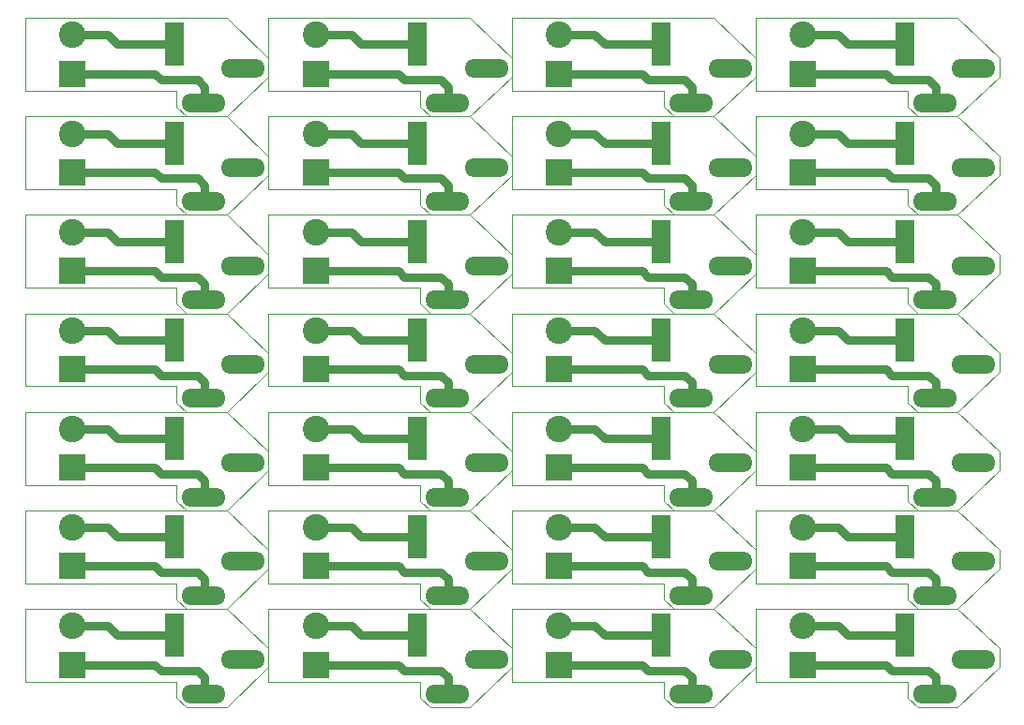
<source format=gbr>
%TF.GenerationSoftware,KiCad,Pcbnew,6.0.11-2627ca5db0~126~ubuntu20.04.1*%
%TF.CreationDate,2024-11-30T22:39:17-05:00*%
%TF.ProjectId,,58585858-5858-4585-9858-585858585858,rev?*%
%TF.SameCoordinates,Original*%
%TF.FileFunction,Copper,L1,Top*%
%TF.FilePolarity,Positive*%
%FSLAX46Y46*%
G04 Gerber Fmt 4.6, Leading zero omitted, Abs format (unit mm)*
G04 Created by KiCad (PCBNEW 6.0.11-2627ca5db0~126~ubuntu20.04.1) date 2024-11-30 22:39:17*
%MOMM*%
%LPD*%
G01*
G04 APERTURE LIST*
%TA.AperFunction,Profile*%
%ADD10C,0.100000*%
%TD*%
%TA.AperFunction,ComponentPad*%
%ADD11R,1.700000X4.000000*%
%TD*%
%TA.AperFunction,ComponentPad*%
%ADD12O,4.000000X1.700000*%
%TD*%
%TA.AperFunction,ComponentPad*%
%ADD13R,2.400000X2.400000*%
%TD*%
%TA.AperFunction,ComponentPad*%
%ADD14C,2.400000*%
%TD*%
%TA.AperFunction,Conductor*%
%ADD15C,0.750000*%
%TD*%
G04 APERTURE END LIST*
D10*
X151090000Y-107121000D02*
X169290000Y-107121000D01*
X169290000Y-116021000D02*
X173090000Y-112421000D01*
X164790000Y-113721000D02*
X164790000Y-115171000D01*
X164790000Y-115171000D02*
X165690000Y-116021000D01*
X169290000Y-107121000D02*
X173090000Y-110721000D01*
X151090000Y-113721000D02*
X164790000Y-113721000D01*
X165690000Y-116021000D02*
X169290000Y-116021000D01*
X151090000Y-107121000D02*
X151090000Y-113721000D01*
X173090000Y-110721000D02*
X173090000Y-112421000D01*
X129090000Y-107121000D02*
X147290000Y-107121000D01*
X147290000Y-116021000D02*
X151090000Y-112421000D01*
X142790000Y-113721000D02*
X142790000Y-115171000D01*
X142790000Y-115171000D02*
X143690000Y-116021000D01*
X147290000Y-107121000D02*
X151090000Y-110721000D01*
X129090000Y-113721000D02*
X142790000Y-113721000D01*
X143690000Y-116021000D02*
X147290000Y-116021000D01*
X129090000Y-107121000D02*
X129090000Y-113721000D01*
X151090000Y-110721000D02*
X151090000Y-112421000D01*
X107090000Y-107121000D02*
X125290000Y-107121000D01*
X125290000Y-116021000D02*
X129090000Y-112421000D01*
X120790000Y-113721000D02*
X120790000Y-115171000D01*
X120790000Y-115171000D02*
X121690000Y-116021000D01*
X125290000Y-107121000D02*
X129090000Y-110721000D01*
X107090000Y-113721000D02*
X120790000Y-113721000D01*
X121690000Y-116021000D02*
X125290000Y-116021000D01*
X107090000Y-107121000D02*
X107090000Y-113721000D01*
X129090000Y-110721000D02*
X129090000Y-112421000D01*
X85090000Y-107121000D02*
X103290000Y-107121000D01*
X103290000Y-116021000D02*
X107090000Y-112421000D01*
X98790000Y-113721000D02*
X98790000Y-115171000D01*
X98790000Y-115171000D02*
X99690000Y-116021000D01*
X103290000Y-107121000D02*
X107090000Y-110721000D01*
X85090000Y-113721000D02*
X98790000Y-113721000D01*
X99690000Y-116021000D02*
X103290000Y-116021000D01*
X85090000Y-107121000D02*
X85090000Y-113721000D01*
X107090000Y-110721000D02*
X107090000Y-112421000D01*
X151090000Y-98221000D02*
X169290000Y-98221000D01*
X169290000Y-107121000D02*
X173090000Y-103521000D01*
X164790000Y-104821000D02*
X164790000Y-106271000D01*
X164790000Y-106271000D02*
X165690000Y-107121000D01*
X169290000Y-98221000D02*
X173090000Y-101821000D01*
X151090000Y-104821000D02*
X164790000Y-104821000D01*
X165690000Y-107121000D02*
X169290000Y-107121000D01*
X151090000Y-98221000D02*
X151090000Y-104821000D01*
X173090000Y-101821000D02*
X173090000Y-103521000D01*
X129090000Y-98221000D02*
X147290000Y-98221000D01*
X147290000Y-107121000D02*
X151090000Y-103521000D01*
X142790000Y-104821000D02*
X142790000Y-106271000D01*
X142790000Y-106271000D02*
X143690000Y-107121000D01*
X147290000Y-98221000D02*
X151090000Y-101821000D01*
X129090000Y-104821000D02*
X142790000Y-104821000D01*
X143690000Y-107121000D02*
X147290000Y-107121000D01*
X129090000Y-98221000D02*
X129090000Y-104821000D01*
X151090000Y-101821000D02*
X151090000Y-103521000D01*
X107090000Y-98221000D02*
X125290000Y-98221000D01*
X125290000Y-107121000D02*
X129090000Y-103521000D01*
X120790000Y-104821000D02*
X120790000Y-106271000D01*
X120790000Y-106271000D02*
X121690000Y-107121000D01*
X125290000Y-98221000D02*
X129090000Y-101821000D01*
X107090000Y-104821000D02*
X120790000Y-104821000D01*
X121690000Y-107121000D02*
X125290000Y-107121000D01*
X107090000Y-98221000D02*
X107090000Y-104821000D01*
X129090000Y-101821000D02*
X129090000Y-103521000D01*
X85090000Y-98221000D02*
X103290000Y-98221000D01*
X103290000Y-107121000D02*
X107090000Y-103521000D01*
X98790000Y-104821000D02*
X98790000Y-106271000D01*
X98790000Y-106271000D02*
X99690000Y-107121000D01*
X103290000Y-98221000D02*
X107090000Y-101821000D01*
X85090000Y-104821000D02*
X98790000Y-104821000D01*
X99690000Y-107121000D02*
X103290000Y-107121000D01*
X85090000Y-98221000D02*
X85090000Y-104821000D01*
X107090000Y-101821000D02*
X107090000Y-103521000D01*
X151090000Y-89321000D02*
X169290000Y-89321000D01*
X169290000Y-98221000D02*
X173090000Y-94621000D01*
X164790000Y-95921000D02*
X164790000Y-97371000D01*
X164790000Y-97371000D02*
X165690000Y-98221000D01*
X169290000Y-89321000D02*
X173090000Y-92921000D01*
X151090000Y-95921000D02*
X164790000Y-95921000D01*
X165690000Y-98221000D02*
X169290000Y-98221000D01*
X151090000Y-89321000D02*
X151090000Y-95921000D01*
X173090000Y-92921000D02*
X173090000Y-94621000D01*
X129090000Y-89321000D02*
X147290000Y-89321000D01*
X147290000Y-98221000D02*
X151090000Y-94621000D01*
X142790000Y-95921000D02*
X142790000Y-97371000D01*
X142790000Y-97371000D02*
X143690000Y-98221000D01*
X147290000Y-89321000D02*
X151090000Y-92921000D01*
X129090000Y-95921000D02*
X142790000Y-95921000D01*
X143690000Y-98221000D02*
X147290000Y-98221000D01*
X129090000Y-89321000D02*
X129090000Y-95921000D01*
X151090000Y-92921000D02*
X151090000Y-94621000D01*
X107090000Y-89321000D02*
X125290000Y-89321000D01*
X125290000Y-98221000D02*
X129090000Y-94621000D01*
X120790000Y-95921000D02*
X120790000Y-97371000D01*
X120790000Y-97371000D02*
X121690000Y-98221000D01*
X125290000Y-89321000D02*
X129090000Y-92921000D01*
X107090000Y-95921000D02*
X120790000Y-95921000D01*
X121690000Y-98221000D02*
X125290000Y-98221000D01*
X107090000Y-89321000D02*
X107090000Y-95921000D01*
X129090000Y-92921000D02*
X129090000Y-94621000D01*
X85090000Y-89321000D02*
X103290000Y-89321000D01*
X103290000Y-98221000D02*
X107090000Y-94621000D01*
X98790000Y-95921000D02*
X98790000Y-97371000D01*
X98790000Y-97371000D02*
X99690000Y-98221000D01*
X103290000Y-89321000D02*
X107090000Y-92921000D01*
X85090000Y-95921000D02*
X98790000Y-95921000D01*
X99690000Y-98221000D02*
X103290000Y-98221000D01*
X85090000Y-89321000D02*
X85090000Y-95921000D01*
X107090000Y-92921000D02*
X107090000Y-94621000D01*
X151090000Y-80421000D02*
X169290000Y-80421000D01*
X169290000Y-89321000D02*
X173090000Y-85721000D01*
X164790000Y-87021000D02*
X164790000Y-88471000D01*
X164790000Y-88471000D02*
X165690000Y-89321000D01*
X169290000Y-80421000D02*
X173090000Y-84021000D01*
X151090000Y-87021000D02*
X164790000Y-87021000D01*
X165690000Y-89321000D02*
X169290000Y-89321000D01*
X151090000Y-80421000D02*
X151090000Y-87021000D01*
X173090000Y-84021000D02*
X173090000Y-85721000D01*
X129090000Y-80421000D02*
X147290000Y-80421000D01*
X147290000Y-89321000D02*
X151090000Y-85721000D01*
X142790000Y-87021000D02*
X142790000Y-88471000D01*
X142790000Y-88471000D02*
X143690000Y-89321000D01*
X147290000Y-80421000D02*
X151090000Y-84021000D01*
X129090000Y-87021000D02*
X142790000Y-87021000D01*
X143690000Y-89321000D02*
X147290000Y-89321000D01*
X129090000Y-80421000D02*
X129090000Y-87021000D01*
X151090000Y-84021000D02*
X151090000Y-85721000D01*
X107090000Y-80421000D02*
X125290000Y-80421000D01*
X125290000Y-89321000D02*
X129090000Y-85721000D01*
X120790000Y-87021000D02*
X120790000Y-88471000D01*
X120790000Y-88471000D02*
X121690000Y-89321000D01*
X125290000Y-80421000D02*
X129090000Y-84021000D01*
X107090000Y-87021000D02*
X120790000Y-87021000D01*
X121690000Y-89321000D02*
X125290000Y-89321000D01*
X107090000Y-80421000D02*
X107090000Y-87021000D01*
X129090000Y-84021000D02*
X129090000Y-85721000D01*
X85090000Y-80421000D02*
X103290000Y-80421000D01*
X103290000Y-89321000D02*
X107090000Y-85721000D01*
X98790000Y-87021000D02*
X98790000Y-88471000D01*
X98790000Y-88471000D02*
X99690000Y-89321000D01*
X103290000Y-80421000D02*
X107090000Y-84021000D01*
X85090000Y-87021000D02*
X98790000Y-87021000D01*
X99690000Y-89321000D02*
X103290000Y-89321000D01*
X85090000Y-80421000D02*
X85090000Y-87021000D01*
X107090000Y-84021000D02*
X107090000Y-85721000D01*
X151090000Y-71521000D02*
X169290000Y-71521000D01*
X169290000Y-80421000D02*
X173090000Y-76821000D01*
X164790000Y-78121000D02*
X164790000Y-79571000D01*
X164790000Y-79571000D02*
X165690000Y-80421000D01*
X169290000Y-71521000D02*
X173090000Y-75121000D01*
X151090000Y-78121000D02*
X164790000Y-78121000D01*
X165690000Y-80421000D02*
X169290000Y-80421000D01*
X151090000Y-71521000D02*
X151090000Y-78121000D01*
X173090000Y-75121000D02*
X173090000Y-76821000D01*
X129090000Y-71521000D02*
X147290000Y-71521000D01*
X147290000Y-80421000D02*
X151090000Y-76821000D01*
X142790000Y-78121000D02*
X142790000Y-79571000D01*
X142790000Y-79571000D02*
X143690000Y-80421000D01*
X147290000Y-71521000D02*
X151090000Y-75121000D01*
X129090000Y-78121000D02*
X142790000Y-78121000D01*
X143690000Y-80421000D02*
X147290000Y-80421000D01*
X129090000Y-71521000D02*
X129090000Y-78121000D01*
X151090000Y-75121000D02*
X151090000Y-76821000D01*
X107090000Y-71521000D02*
X125290000Y-71521000D01*
X125290000Y-80421000D02*
X129090000Y-76821000D01*
X120790000Y-78121000D02*
X120790000Y-79571000D01*
X120790000Y-79571000D02*
X121690000Y-80421000D01*
X125290000Y-71521000D02*
X129090000Y-75121000D01*
X107090000Y-78121000D02*
X120790000Y-78121000D01*
X121690000Y-80421000D02*
X125290000Y-80421000D01*
X107090000Y-71521000D02*
X107090000Y-78121000D01*
X129090000Y-75121000D02*
X129090000Y-76821000D01*
X85090000Y-71521000D02*
X103290000Y-71521000D01*
X103290000Y-80421000D02*
X107090000Y-76821000D01*
X98790000Y-78121000D02*
X98790000Y-79571000D01*
X98790000Y-79571000D02*
X99690000Y-80421000D01*
X103290000Y-71521000D02*
X107090000Y-75121000D01*
X85090000Y-78121000D02*
X98790000Y-78121000D01*
X99690000Y-80421000D02*
X103290000Y-80421000D01*
X85090000Y-71521000D02*
X85090000Y-78121000D01*
X107090000Y-75121000D02*
X107090000Y-76821000D01*
X151090000Y-62621000D02*
X169290000Y-62621000D01*
X169290000Y-71521000D02*
X173090000Y-67921000D01*
X164790000Y-69221000D02*
X164790000Y-70671000D01*
X164790000Y-70671000D02*
X165690000Y-71521000D01*
X169290000Y-62621000D02*
X173090000Y-66221000D01*
X151090000Y-69221000D02*
X164790000Y-69221000D01*
X165690000Y-71521000D02*
X169290000Y-71521000D01*
X151090000Y-62621000D02*
X151090000Y-69221000D01*
X173090000Y-66221000D02*
X173090000Y-67921000D01*
X129090000Y-62621000D02*
X147290000Y-62621000D01*
X147290000Y-71521000D02*
X151090000Y-67921000D01*
X142790000Y-69221000D02*
X142790000Y-70671000D01*
X142790000Y-70671000D02*
X143690000Y-71521000D01*
X147290000Y-62621000D02*
X151090000Y-66221000D01*
X129090000Y-69221000D02*
X142790000Y-69221000D01*
X143690000Y-71521000D02*
X147290000Y-71521000D01*
X129090000Y-62621000D02*
X129090000Y-69221000D01*
X151090000Y-66221000D02*
X151090000Y-67921000D01*
X107090000Y-62621000D02*
X125290000Y-62621000D01*
X125290000Y-71521000D02*
X129090000Y-67921000D01*
X120790000Y-69221000D02*
X120790000Y-70671000D01*
X120790000Y-70671000D02*
X121690000Y-71521000D01*
X125290000Y-62621000D02*
X129090000Y-66221000D01*
X107090000Y-69221000D02*
X120790000Y-69221000D01*
X121690000Y-71521000D02*
X125290000Y-71521000D01*
X107090000Y-62621000D02*
X107090000Y-69221000D01*
X129090000Y-66221000D02*
X129090000Y-67921000D01*
X85090000Y-62621000D02*
X103290000Y-62621000D01*
X103290000Y-71521000D02*
X107090000Y-67921000D01*
X98790000Y-69221000D02*
X98790000Y-70671000D01*
X98790000Y-70671000D02*
X99690000Y-71521000D01*
X103290000Y-62621000D02*
X107090000Y-66221000D01*
X85090000Y-69221000D02*
X98790000Y-69221000D01*
X99690000Y-71521000D02*
X103290000Y-71521000D01*
X85090000Y-62621000D02*
X85090000Y-69221000D01*
X107090000Y-66221000D02*
X107090000Y-67921000D01*
X151090000Y-53721000D02*
X169290000Y-53721000D01*
X169290000Y-62621000D02*
X173090000Y-59021000D01*
X164790000Y-60321000D02*
X164790000Y-61771000D01*
X164790000Y-61771000D02*
X165690000Y-62621000D01*
X169290000Y-53721000D02*
X173090000Y-57321000D01*
X151090000Y-60321000D02*
X164790000Y-60321000D01*
X165690000Y-62621000D02*
X169290000Y-62621000D01*
X151090000Y-53721000D02*
X151090000Y-60321000D01*
X173090000Y-57321000D02*
X173090000Y-59021000D01*
X129090000Y-53721000D02*
X147290000Y-53721000D01*
X147290000Y-62621000D02*
X151090000Y-59021000D01*
X142790000Y-60321000D02*
X142790000Y-61771000D01*
X142790000Y-61771000D02*
X143690000Y-62621000D01*
X147290000Y-53721000D02*
X151090000Y-57321000D01*
X129090000Y-60321000D02*
X142790000Y-60321000D01*
X143690000Y-62621000D02*
X147290000Y-62621000D01*
X129090000Y-53721000D02*
X129090000Y-60321000D01*
X151090000Y-57321000D02*
X151090000Y-59021000D01*
X107090000Y-53721000D02*
X125290000Y-53721000D01*
X125290000Y-62621000D02*
X129090000Y-59021000D01*
X120790000Y-60321000D02*
X120790000Y-61771000D01*
X120790000Y-61771000D02*
X121690000Y-62621000D01*
X125290000Y-53721000D02*
X129090000Y-57321000D01*
X107090000Y-60321000D02*
X120790000Y-60321000D01*
X121690000Y-62621000D02*
X125290000Y-62621000D01*
X107090000Y-53721000D02*
X107090000Y-60321000D01*
X129090000Y-57321000D02*
X129090000Y-59021000D01*
X85090000Y-53721000D02*
X103290000Y-53721000D01*
X103290000Y-62621000D02*
X107090000Y-59021000D01*
X85090000Y-53721000D02*
X85090000Y-60321000D01*
X98790000Y-60321000D02*
X98790000Y-61771000D01*
X99690000Y-62621000D02*
X103290000Y-62621000D01*
X103290000Y-53721000D02*
X107090000Y-57321000D01*
X98790000Y-61771000D02*
X99690000Y-62621000D01*
X107090000Y-57321000D02*
X107090000Y-59021000D01*
X85090000Y-60321000D02*
X98790000Y-60321000D01*
D11*
%TO.P,J1,1*%
%TO.N,Net-(J1-Pad1)*%
X164550000Y-109521000D03*
D12*
%TO.P,J1,2*%
%TO.N,Net-(J1-Pad2)*%
X167250000Y-114821000D03*
%TO.P,J1,3*%
%TO.N,unconnected-(J1-Pad3)*%
X170750000Y-111721000D03*
%TD*%
D13*
%TO.P,J2,1,Pin_1*%
%TO.N,Net-(J1-Pad2)*%
X155338000Y-112171000D03*
D14*
%TO.P,J2,2,Pin_2*%
%TO.N,Net-(J1-Pad1)*%
X155338000Y-108671000D03*
%TD*%
D11*
%TO.P,J1,1*%
%TO.N,Net-(J1-Pad1)*%
X142550000Y-109521000D03*
D12*
%TO.P,J1,2*%
%TO.N,Net-(J1-Pad2)*%
X145250000Y-114821000D03*
%TO.P,J1,3*%
%TO.N,unconnected-(J1-Pad3)*%
X148750000Y-111721000D03*
%TD*%
D13*
%TO.P,J2,1,Pin_1*%
%TO.N,Net-(J1-Pad2)*%
X133338000Y-112171000D03*
D14*
%TO.P,J2,2,Pin_2*%
%TO.N,Net-(J1-Pad1)*%
X133338000Y-108671000D03*
%TD*%
D11*
%TO.P,J1,1*%
%TO.N,Net-(J1-Pad1)*%
X120550000Y-109521000D03*
D12*
%TO.P,J1,2*%
%TO.N,Net-(J1-Pad2)*%
X123250000Y-114821000D03*
%TO.P,J1,3*%
%TO.N,unconnected-(J1-Pad3)*%
X126750000Y-111721000D03*
%TD*%
D13*
%TO.P,J2,1,Pin_1*%
%TO.N,Net-(J1-Pad2)*%
X111338000Y-112171000D03*
D14*
%TO.P,J2,2,Pin_2*%
%TO.N,Net-(J1-Pad1)*%
X111338000Y-108671000D03*
%TD*%
D11*
%TO.P,J1,1*%
%TO.N,Net-(J1-Pad1)*%
X98550000Y-109521000D03*
D12*
%TO.P,J1,2*%
%TO.N,Net-(J1-Pad2)*%
X101250000Y-114821000D03*
%TO.P,J1,3*%
%TO.N,unconnected-(J1-Pad3)*%
X104750000Y-111721000D03*
%TD*%
D13*
%TO.P,J2,1,Pin_1*%
%TO.N,Net-(J1-Pad2)*%
X89338000Y-112171000D03*
D14*
%TO.P,J2,2,Pin_2*%
%TO.N,Net-(J1-Pad1)*%
X89338000Y-108671000D03*
%TD*%
D11*
%TO.P,J1,1*%
%TO.N,Net-(J1-Pad1)*%
X164550000Y-100621000D03*
D12*
%TO.P,J1,2*%
%TO.N,Net-(J1-Pad2)*%
X167250000Y-105921000D03*
%TO.P,J1,3*%
%TO.N,unconnected-(J1-Pad3)*%
X170750000Y-102821000D03*
%TD*%
D13*
%TO.P,J2,1,Pin_1*%
%TO.N,Net-(J1-Pad2)*%
X155338000Y-103271000D03*
D14*
%TO.P,J2,2,Pin_2*%
%TO.N,Net-(J1-Pad1)*%
X155338000Y-99771000D03*
%TD*%
D11*
%TO.P,J1,1*%
%TO.N,Net-(J1-Pad1)*%
X142550000Y-100621000D03*
D12*
%TO.P,J1,2*%
%TO.N,Net-(J1-Pad2)*%
X145250000Y-105921000D03*
%TO.P,J1,3*%
%TO.N,unconnected-(J1-Pad3)*%
X148750000Y-102821000D03*
%TD*%
D13*
%TO.P,J2,1,Pin_1*%
%TO.N,Net-(J1-Pad2)*%
X133338000Y-103271000D03*
D14*
%TO.P,J2,2,Pin_2*%
%TO.N,Net-(J1-Pad1)*%
X133338000Y-99771000D03*
%TD*%
D11*
%TO.P,J1,1*%
%TO.N,Net-(J1-Pad1)*%
X120550000Y-100621000D03*
D12*
%TO.P,J1,2*%
%TO.N,Net-(J1-Pad2)*%
X123250000Y-105921000D03*
%TO.P,J1,3*%
%TO.N,unconnected-(J1-Pad3)*%
X126750000Y-102821000D03*
%TD*%
D13*
%TO.P,J2,1,Pin_1*%
%TO.N,Net-(J1-Pad2)*%
X111338000Y-103271000D03*
D14*
%TO.P,J2,2,Pin_2*%
%TO.N,Net-(J1-Pad1)*%
X111338000Y-99771000D03*
%TD*%
D11*
%TO.P,J1,1*%
%TO.N,Net-(J1-Pad1)*%
X98550000Y-100621000D03*
D12*
%TO.P,J1,2*%
%TO.N,Net-(J1-Pad2)*%
X101250000Y-105921000D03*
%TO.P,J1,3*%
%TO.N,unconnected-(J1-Pad3)*%
X104750000Y-102821000D03*
%TD*%
D13*
%TO.P,J2,1,Pin_1*%
%TO.N,Net-(J1-Pad2)*%
X89338000Y-103271000D03*
D14*
%TO.P,J2,2,Pin_2*%
%TO.N,Net-(J1-Pad1)*%
X89338000Y-99771000D03*
%TD*%
D11*
%TO.P,J1,1*%
%TO.N,Net-(J1-Pad1)*%
X164550000Y-91721000D03*
D12*
%TO.P,J1,2*%
%TO.N,Net-(J1-Pad2)*%
X167250000Y-97021000D03*
%TO.P,J1,3*%
%TO.N,unconnected-(J1-Pad3)*%
X170750000Y-93921000D03*
%TD*%
D13*
%TO.P,J2,1,Pin_1*%
%TO.N,Net-(J1-Pad2)*%
X155338000Y-94371000D03*
D14*
%TO.P,J2,2,Pin_2*%
%TO.N,Net-(J1-Pad1)*%
X155338000Y-90871000D03*
%TD*%
D11*
%TO.P,J1,1*%
%TO.N,Net-(J1-Pad1)*%
X142550000Y-91721000D03*
D12*
%TO.P,J1,2*%
%TO.N,Net-(J1-Pad2)*%
X145250000Y-97021000D03*
%TO.P,J1,3*%
%TO.N,unconnected-(J1-Pad3)*%
X148750000Y-93921000D03*
%TD*%
D13*
%TO.P,J2,1,Pin_1*%
%TO.N,Net-(J1-Pad2)*%
X133338000Y-94371000D03*
D14*
%TO.P,J2,2,Pin_2*%
%TO.N,Net-(J1-Pad1)*%
X133338000Y-90871000D03*
%TD*%
D11*
%TO.P,J1,1*%
%TO.N,Net-(J1-Pad1)*%
X120550000Y-91721000D03*
D12*
%TO.P,J1,2*%
%TO.N,Net-(J1-Pad2)*%
X123250000Y-97021000D03*
%TO.P,J1,3*%
%TO.N,unconnected-(J1-Pad3)*%
X126750000Y-93921000D03*
%TD*%
D13*
%TO.P,J2,1,Pin_1*%
%TO.N,Net-(J1-Pad2)*%
X111338000Y-94371000D03*
D14*
%TO.P,J2,2,Pin_2*%
%TO.N,Net-(J1-Pad1)*%
X111338000Y-90871000D03*
%TD*%
D11*
%TO.P,J1,1*%
%TO.N,Net-(J1-Pad1)*%
X98550000Y-91721000D03*
D12*
%TO.P,J1,2*%
%TO.N,Net-(J1-Pad2)*%
X101250000Y-97021000D03*
%TO.P,J1,3*%
%TO.N,unconnected-(J1-Pad3)*%
X104750000Y-93921000D03*
%TD*%
D13*
%TO.P,J2,1,Pin_1*%
%TO.N,Net-(J1-Pad2)*%
X89338000Y-94371000D03*
D14*
%TO.P,J2,2,Pin_2*%
%TO.N,Net-(J1-Pad1)*%
X89338000Y-90871000D03*
%TD*%
D11*
%TO.P,J1,1*%
%TO.N,Net-(J1-Pad1)*%
X164550000Y-82821000D03*
D12*
%TO.P,J1,2*%
%TO.N,Net-(J1-Pad2)*%
X167250000Y-88121000D03*
%TO.P,J1,3*%
%TO.N,unconnected-(J1-Pad3)*%
X170750000Y-85021000D03*
%TD*%
D13*
%TO.P,J2,1,Pin_1*%
%TO.N,Net-(J1-Pad2)*%
X155338000Y-85471000D03*
D14*
%TO.P,J2,2,Pin_2*%
%TO.N,Net-(J1-Pad1)*%
X155338000Y-81971000D03*
%TD*%
D11*
%TO.P,J1,1*%
%TO.N,Net-(J1-Pad1)*%
X142550000Y-82821000D03*
D12*
%TO.P,J1,2*%
%TO.N,Net-(J1-Pad2)*%
X145250000Y-88121000D03*
%TO.P,J1,3*%
%TO.N,unconnected-(J1-Pad3)*%
X148750000Y-85021000D03*
%TD*%
D13*
%TO.P,J2,1,Pin_1*%
%TO.N,Net-(J1-Pad2)*%
X133338000Y-85471000D03*
D14*
%TO.P,J2,2,Pin_2*%
%TO.N,Net-(J1-Pad1)*%
X133338000Y-81971000D03*
%TD*%
D11*
%TO.P,J1,1*%
%TO.N,Net-(J1-Pad1)*%
X120550000Y-82821000D03*
D12*
%TO.P,J1,2*%
%TO.N,Net-(J1-Pad2)*%
X123250000Y-88121000D03*
%TO.P,J1,3*%
%TO.N,unconnected-(J1-Pad3)*%
X126750000Y-85021000D03*
%TD*%
D13*
%TO.P,J2,1,Pin_1*%
%TO.N,Net-(J1-Pad2)*%
X111338000Y-85471000D03*
D14*
%TO.P,J2,2,Pin_2*%
%TO.N,Net-(J1-Pad1)*%
X111338000Y-81971000D03*
%TD*%
D11*
%TO.P,J1,1*%
%TO.N,Net-(J1-Pad1)*%
X98550000Y-82821000D03*
D12*
%TO.P,J1,2*%
%TO.N,Net-(J1-Pad2)*%
X101250000Y-88121000D03*
%TO.P,J1,3*%
%TO.N,unconnected-(J1-Pad3)*%
X104750000Y-85021000D03*
%TD*%
D13*
%TO.P,J2,1,Pin_1*%
%TO.N,Net-(J1-Pad2)*%
X89338000Y-85471000D03*
D14*
%TO.P,J2,2,Pin_2*%
%TO.N,Net-(J1-Pad1)*%
X89338000Y-81971000D03*
%TD*%
D11*
%TO.P,J1,1*%
%TO.N,Net-(J1-Pad1)*%
X164550000Y-73921000D03*
D12*
%TO.P,J1,2*%
%TO.N,Net-(J1-Pad2)*%
X167250000Y-79221000D03*
%TO.P,J1,3*%
%TO.N,unconnected-(J1-Pad3)*%
X170750000Y-76121000D03*
%TD*%
D13*
%TO.P,J2,1,Pin_1*%
%TO.N,Net-(J1-Pad2)*%
X155338000Y-76571000D03*
D14*
%TO.P,J2,2,Pin_2*%
%TO.N,Net-(J1-Pad1)*%
X155338000Y-73071000D03*
%TD*%
D11*
%TO.P,J1,1*%
%TO.N,Net-(J1-Pad1)*%
X142550000Y-73921000D03*
D12*
%TO.P,J1,2*%
%TO.N,Net-(J1-Pad2)*%
X145250000Y-79221000D03*
%TO.P,J1,3*%
%TO.N,unconnected-(J1-Pad3)*%
X148750000Y-76121000D03*
%TD*%
D13*
%TO.P,J2,1,Pin_1*%
%TO.N,Net-(J1-Pad2)*%
X133338000Y-76571000D03*
D14*
%TO.P,J2,2,Pin_2*%
%TO.N,Net-(J1-Pad1)*%
X133338000Y-73071000D03*
%TD*%
D11*
%TO.P,J1,1*%
%TO.N,Net-(J1-Pad1)*%
X120550000Y-73921000D03*
D12*
%TO.P,J1,2*%
%TO.N,Net-(J1-Pad2)*%
X123250000Y-79221000D03*
%TO.P,J1,3*%
%TO.N,unconnected-(J1-Pad3)*%
X126750000Y-76121000D03*
%TD*%
D13*
%TO.P,J2,1,Pin_1*%
%TO.N,Net-(J1-Pad2)*%
X111338000Y-76571000D03*
D14*
%TO.P,J2,2,Pin_2*%
%TO.N,Net-(J1-Pad1)*%
X111338000Y-73071000D03*
%TD*%
D11*
%TO.P,J1,1*%
%TO.N,Net-(J1-Pad1)*%
X98550000Y-73921000D03*
D12*
%TO.P,J1,2*%
%TO.N,Net-(J1-Pad2)*%
X101250000Y-79221000D03*
%TO.P,J1,3*%
%TO.N,unconnected-(J1-Pad3)*%
X104750000Y-76121000D03*
%TD*%
D13*
%TO.P,J2,1,Pin_1*%
%TO.N,Net-(J1-Pad2)*%
X89338000Y-76571000D03*
D14*
%TO.P,J2,2,Pin_2*%
%TO.N,Net-(J1-Pad1)*%
X89338000Y-73071000D03*
%TD*%
D11*
%TO.P,J1,1*%
%TO.N,Net-(J1-Pad1)*%
X164550000Y-65021000D03*
D12*
%TO.P,J1,2*%
%TO.N,Net-(J1-Pad2)*%
X167250000Y-70321000D03*
%TO.P,J1,3*%
%TO.N,unconnected-(J1-Pad3)*%
X170750000Y-67221000D03*
%TD*%
D13*
%TO.P,J2,1,Pin_1*%
%TO.N,Net-(J1-Pad2)*%
X155338000Y-67671000D03*
D14*
%TO.P,J2,2,Pin_2*%
%TO.N,Net-(J1-Pad1)*%
X155338000Y-64171000D03*
%TD*%
D11*
%TO.P,J1,1*%
%TO.N,Net-(J1-Pad1)*%
X142550000Y-65021000D03*
D12*
%TO.P,J1,2*%
%TO.N,Net-(J1-Pad2)*%
X145250000Y-70321000D03*
%TO.P,J1,3*%
%TO.N,unconnected-(J1-Pad3)*%
X148750000Y-67221000D03*
%TD*%
D13*
%TO.P,J2,1,Pin_1*%
%TO.N,Net-(J1-Pad2)*%
X133338000Y-67671000D03*
D14*
%TO.P,J2,2,Pin_2*%
%TO.N,Net-(J1-Pad1)*%
X133338000Y-64171000D03*
%TD*%
D11*
%TO.P,J1,1*%
%TO.N,Net-(J1-Pad1)*%
X120550000Y-65021000D03*
D12*
%TO.P,J1,2*%
%TO.N,Net-(J1-Pad2)*%
X123250000Y-70321000D03*
%TO.P,J1,3*%
%TO.N,unconnected-(J1-Pad3)*%
X126750000Y-67221000D03*
%TD*%
D13*
%TO.P,J2,1,Pin_1*%
%TO.N,Net-(J1-Pad2)*%
X111338000Y-67671000D03*
D14*
%TO.P,J2,2,Pin_2*%
%TO.N,Net-(J1-Pad1)*%
X111338000Y-64171000D03*
%TD*%
D11*
%TO.P,J1,1*%
%TO.N,Net-(J1-Pad1)*%
X98550000Y-65021000D03*
D12*
%TO.P,J1,2*%
%TO.N,Net-(J1-Pad2)*%
X101250000Y-70321000D03*
%TO.P,J1,3*%
%TO.N,unconnected-(J1-Pad3)*%
X104750000Y-67221000D03*
%TD*%
D13*
%TO.P,J2,1,Pin_1*%
%TO.N,Net-(J1-Pad2)*%
X89338000Y-67671000D03*
D14*
%TO.P,J2,2,Pin_2*%
%TO.N,Net-(J1-Pad1)*%
X89338000Y-64171000D03*
%TD*%
D11*
%TO.P,J1,1*%
%TO.N,Net-(J1-Pad1)*%
X164550000Y-56121000D03*
D12*
%TO.P,J1,2*%
%TO.N,Net-(J1-Pad2)*%
X167250000Y-61421000D03*
%TO.P,J1,3*%
%TO.N,unconnected-(J1-Pad3)*%
X170750000Y-58321000D03*
%TD*%
D13*
%TO.P,J2,1,Pin_1*%
%TO.N,Net-(J1-Pad2)*%
X155338000Y-58771000D03*
D14*
%TO.P,J2,2,Pin_2*%
%TO.N,Net-(J1-Pad1)*%
X155338000Y-55271000D03*
%TD*%
D11*
%TO.P,J1,1*%
%TO.N,Net-(J1-Pad1)*%
X142550000Y-56121000D03*
D12*
%TO.P,J1,2*%
%TO.N,Net-(J1-Pad2)*%
X145250000Y-61421000D03*
%TO.P,J1,3*%
%TO.N,unconnected-(J1-Pad3)*%
X148750000Y-58321000D03*
%TD*%
D13*
%TO.P,J2,1,Pin_1*%
%TO.N,Net-(J1-Pad2)*%
X133338000Y-58771000D03*
D14*
%TO.P,J2,2,Pin_2*%
%TO.N,Net-(J1-Pad1)*%
X133338000Y-55271000D03*
%TD*%
D11*
%TO.P,J1,1*%
%TO.N,Net-(J1-Pad1)*%
X120550000Y-56121000D03*
D12*
%TO.P,J1,2*%
%TO.N,Net-(J1-Pad2)*%
X123250000Y-61421000D03*
%TO.P,J1,3*%
%TO.N,unconnected-(J1-Pad3)*%
X126750000Y-58321000D03*
%TD*%
D13*
%TO.P,J2,1,Pin_1*%
%TO.N,Net-(J1-Pad2)*%
X111338000Y-58771000D03*
D14*
%TO.P,J2,2,Pin_2*%
%TO.N,Net-(J1-Pad1)*%
X111338000Y-55271000D03*
%TD*%
D11*
%TO.P,J1,1*%
%TO.N,Net-(J1-Pad1)*%
X98550000Y-56121000D03*
D12*
%TO.P,J1,2*%
%TO.N,Net-(J1-Pad2)*%
X101250000Y-61421000D03*
%TO.P,J1,3*%
%TO.N,unconnected-(J1-Pad3)*%
X104750000Y-58321000D03*
%TD*%
D13*
%TO.P,J2,1,Pin_1*%
%TO.N,Net-(J1-Pad2)*%
X89338000Y-58771000D03*
D14*
%TO.P,J2,2,Pin_2*%
%TO.N,Net-(J1-Pad1)*%
X89338000Y-55271000D03*
%TD*%
D15*
%TO.N,Net-(J1-Pad2)*%
X162817000Y-112171000D02*
X163366000Y-112720000D01*
X155338000Y-112171000D02*
X162817000Y-112171000D01*
X167303000Y-114768000D02*
X167250000Y-114821000D01*
X167303000Y-113355000D02*
X167303000Y-114768000D01*
X166668000Y-112720000D02*
X167303000Y-113355000D01*
%TO.N,Net-(J1-Pad1)*%
X155338000Y-108671000D02*
X158555000Y-108671000D01*
%TO.N,Net-(J1-Pad2)*%
X163366000Y-112720000D02*
X166668000Y-112720000D01*
%TO.N,Net-(J1-Pad1)*%
X159405000Y-109521000D02*
X164550000Y-109521000D01*
X158555000Y-108671000D02*
X159405000Y-109521000D01*
%TO.N,Net-(J1-Pad2)*%
X140817000Y-112171000D02*
X141366000Y-112720000D01*
X133338000Y-112171000D02*
X140817000Y-112171000D01*
X145303000Y-114768000D02*
X145250000Y-114821000D01*
X145303000Y-113355000D02*
X145303000Y-114768000D01*
X144668000Y-112720000D02*
X145303000Y-113355000D01*
%TO.N,Net-(J1-Pad1)*%
X133338000Y-108671000D02*
X136555000Y-108671000D01*
%TO.N,Net-(J1-Pad2)*%
X141366000Y-112720000D02*
X144668000Y-112720000D01*
%TO.N,Net-(J1-Pad1)*%
X137405000Y-109521000D02*
X142550000Y-109521000D01*
X136555000Y-108671000D02*
X137405000Y-109521000D01*
%TO.N,Net-(J1-Pad2)*%
X118817000Y-112171000D02*
X119366000Y-112720000D01*
X111338000Y-112171000D02*
X118817000Y-112171000D01*
X123303000Y-114768000D02*
X123250000Y-114821000D01*
X123303000Y-113355000D02*
X123303000Y-114768000D01*
X122668000Y-112720000D02*
X123303000Y-113355000D01*
%TO.N,Net-(J1-Pad1)*%
X111338000Y-108671000D02*
X114555000Y-108671000D01*
%TO.N,Net-(J1-Pad2)*%
X119366000Y-112720000D02*
X122668000Y-112720000D01*
%TO.N,Net-(J1-Pad1)*%
X115405000Y-109521000D02*
X120550000Y-109521000D01*
X114555000Y-108671000D02*
X115405000Y-109521000D01*
%TO.N,Net-(J1-Pad2)*%
X96817000Y-112171000D02*
X97366000Y-112720000D01*
X89338000Y-112171000D02*
X96817000Y-112171000D01*
X101303000Y-114768000D02*
X101250000Y-114821000D01*
X101303000Y-113355000D02*
X101303000Y-114768000D01*
X100668000Y-112720000D02*
X101303000Y-113355000D01*
%TO.N,Net-(J1-Pad1)*%
X89338000Y-108671000D02*
X92555000Y-108671000D01*
%TO.N,Net-(J1-Pad2)*%
X97366000Y-112720000D02*
X100668000Y-112720000D01*
%TO.N,Net-(J1-Pad1)*%
X93405000Y-109521000D02*
X98550000Y-109521000D01*
X92555000Y-108671000D02*
X93405000Y-109521000D01*
%TO.N,Net-(J1-Pad2)*%
X162817000Y-103271000D02*
X163366000Y-103820000D01*
X155338000Y-103271000D02*
X162817000Y-103271000D01*
X167303000Y-105868000D02*
X167250000Y-105921000D01*
X167303000Y-104455000D02*
X167303000Y-105868000D01*
X166668000Y-103820000D02*
X167303000Y-104455000D01*
%TO.N,Net-(J1-Pad1)*%
X155338000Y-99771000D02*
X158555000Y-99771000D01*
%TO.N,Net-(J1-Pad2)*%
X163366000Y-103820000D02*
X166668000Y-103820000D01*
%TO.N,Net-(J1-Pad1)*%
X159405000Y-100621000D02*
X164550000Y-100621000D01*
X158555000Y-99771000D02*
X159405000Y-100621000D01*
%TO.N,Net-(J1-Pad2)*%
X140817000Y-103271000D02*
X141366000Y-103820000D01*
X133338000Y-103271000D02*
X140817000Y-103271000D01*
X145303000Y-105868000D02*
X145250000Y-105921000D01*
X145303000Y-104455000D02*
X145303000Y-105868000D01*
X144668000Y-103820000D02*
X145303000Y-104455000D01*
%TO.N,Net-(J1-Pad1)*%
X133338000Y-99771000D02*
X136555000Y-99771000D01*
%TO.N,Net-(J1-Pad2)*%
X141366000Y-103820000D02*
X144668000Y-103820000D01*
%TO.N,Net-(J1-Pad1)*%
X137405000Y-100621000D02*
X142550000Y-100621000D01*
X136555000Y-99771000D02*
X137405000Y-100621000D01*
%TO.N,Net-(J1-Pad2)*%
X118817000Y-103271000D02*
X119366000Y-103820000D01*
X111338000Y-103271000D02*
X118817000Y-103271000D01*
X123303000Y-105868000D02*
X123250000Y-105921000D01*
X123303000Y-104455000D02*
X123303000Y-105868000D01*
X122668000Y-103820000D02*
X123303000Y-104455000D01*
%TO.N,Net-(J1-Pad1)*%
X111338000Y-99771000D02*
X114555000Y-99771000D01*
%TO.N,Net-(J1-Pad2)*%
X119366000Y-103820000D02*
X122668000Y-103820000D01*
%TO.N,Net-(J1-Pad1)*%
X115405000Y-100621000D02*
X120550000Y-100621000D01*
X114555000Y-99771000D02*
X115405000Y-100621000D01*
%TO.N,Net-(J1-Pad2)*%
X96817000Y-103271000D02*
X97366000Y-103820000D01*
X89338000Y-103271000D02*
X96817000Y-103271000D01*
X101303000Y-105868000D02*
X101250000Y-105921000D01*
X101303000Y-104455000D02*
X101303000Y-105868000D01*
X100668000Y-103820000D02*
X101303000Y-104455000D01*
%TO.N,Net-(J1-Pad1)*%
X89338000Y-99771000D02*
X92555000Y-99771000D01*
%TO.N,Net-(J1-Pad2)*%
X97366000Y-103820000D02*
X100668000Y-103820000D01*
%TO.N,Net-(J1-Pad1)*%
X93405000Y-100621000D02*
X98550000Y-100621000D01*
X92555000Y-99771000D02*
X93405000Y-100621000D01*
%TO.N,Net-(J1-Pad2)*%
X162817000Y-94371000D02*
X163366000Y-94920000D01*
X155338000Y-94371000D02*
X162817000Y-94371000D01*
X167303000Y-96968000D02*
X167250000Y-97021000D01*
X167303000Y-95555000D02*
X167303000Y-96968000D01*
X166668000Y-94920000D02*
X167303000Y-95555000D01*
%TO.N,Net-(J1-Pad1)*%
X155338000Y-90871000D02*
X158555000Y-90871000D01*
%TO.N,Net-(J1-Pad2)*%
X163366000Y-94920000D02*
X166668000Y-94920000D01*
%TO.N,Net-(J1-Pad1)*%
X159405000Y-91721000D02*
X164550000Y-91721000D01*
X158555000Y-90871000D02*
X159405000Y-91721000D01*
%TO.N,Net-(J1-Pad2)*%
X140817000Y-94371000D02*
X141366000Y-94920000D01*
X133338000Y-94371000D02*
X140817000Y-94371000D01*
X145303000Y-96968000D02*
X145250000Y-97021000D01*
X145303000Y-95555000D02*
X145303000Y-96968000D01*
X144668000Y-94920000D02*
X145303000Y-95555000D01*
%TO.N,Net-(J1-Pad1)*%
X133338000Y-90871000D02*
X136555000Y-90871000D01*
%TO.N,Net-(J1-Pad2)*%
X141366000Y-94920000D02*
X144668000Y-94920000D01*
%TO.N,Net-(J1-Pad1)*%
X137405000Y-91721000D02*
X142550000Y-91721000D01*
X136555000Y-90871000D02*
X137405000Y-91721000D01*
%TO.N,Net-(J1-Pad2)*%
X118817000Y-94371000D02*
X119366000Y-94920000D01*
X111338000Y-94371000D02*
X118817000Y-94371000D01*
X123303000Y-96968000D02*
X123250000Y-97021000D01*
X123303000Y-95555000D02*
X123303000Y-96968000D01*
X122668000Y-94920000D02*
X123303000Y-95555000D01*
%TO.N,Net-(J1-Pad1)*%
X111338000Y-90871000D02*
X114555000Y-90871000D01*
%TO.N,Net-(J1-Pad2)*%
X119366000Y-94920000D02*
X122668000Y-94920000D01*
%TO.N,Net-(J1-Pad1)*%
X115405000Y-91721000D02*
X120550000Y-91721000D01*
X114555000Y-90871000D02*
X115405000Y-91721000D01*
%TO.N,Net-(J1-Pad2)*%
X96817000Y-94371000D02*
X97366000Y-94920000D01*
X89338000Y-94371000D02*
X96817000Y-94371000D01*
X101303000Y-96968000D02*
X101250000Y-97021000D01*
X101303000Y-95555000D02*
X101303000Y-96968000D01*
X100668000Y-94920000D02*
X101303000Y-95555000D01*
%TO.N,Net-(J1-Pad1)*%
X89338000Y-90871000D02*
X92555000Y-90871000D01*
%TO.N,Net-(J1-Pad2)*%
X97366000Y-94920000D02*
X100668000Y-94920000D01*
%TO.N,Net-(J1-Pad1)*%
X93405000Y-91721000D02*
X98550000Y-91721000D01*
X92555000Y-90871000D02*
X93405000Y-91721000D01*
%TO.N,Net-(J1-Pad2)*%
X162817000Y-85471000D02*
X163366000Y-86020000D01*
X155338000Y-85471000D02*
X162817000Y-85471000D01*
X167303000Y-88068000D02*
X167250000Y-88121000D01*
X167303000Y-86655000D02*
X167303000Y-88068000D01*
X166668000Y-86020000D02*
X167303000Y-86655000D01*
%TO.N,Net-(J1-Pad1)*%
X155338000Y-81971000D02*
X158555000Y-81971000D01*
%TO.N,Net-(J1-Pad2)*%
X163366000Y-86020000D02*
X166668000Y-86020000D01*
%TO.N,Net-(J1-Pad1)*%
X159405000Y-82821000D02*
X164550000Y-82821000D01*
X158555000Y-81971000D02*
X159405000Y-82821000D01*
%TO.N,Net-(J1-Pad2)*%
X140817000Y-85471000D02*
X141366000Y-86020000D01*
X133338000Y-85471000D02*
X140817000Y-85471000D01*
X145303000Y-88068000D02*
X145250000Y-88121000D01*
X145303000Y-86655000D02*
X145303000Y-88068000D01*
X144668000Y-86020000D02*
X145303000Y-86655000D01*
%TO.N,Net-(J1-Pad1)*%
X133338000Y-81971000D02*
X136555000Y-81971000D01*
%TO.N,Net-(J1-Pad2)*%
X141366000Y-86020000D02*
X144668000Y-86020000D01*
%TO.N,Net-(J1-Pad1)*%
X137405000Y-82821000D02*
X142550000Y-82821000D01*
X136555000Y-81971000D02*
X137405000Y-82821000D01*
%TO.N,Net-(J1-Pad2)*%
X118817000Y-85471000D02*
X119366000Y-86020000D01*
X111338000Y-85471000D02*
X118817000Y-85471000D01*
X123303000Y-88068000D02*
X123250000Y-88121000D01*
X123303000Y-86655000D02*
X123303000Y-88068000D01*
X122668000Y-86020000D02*
X123303000Y-86655000D01*
%TO.N,Net-(J1-Pad1)*%
X111338000Y-81971000D02*
X114555000Y-81971000D01*
%TO.N,Net-(J1-Pad2)*%
X119366000Y-86020000D02*
X122668000Y-86020000D01*
%TO.N,Net-(J1-Pad1)*%
X115405000Y-82821000D02*
X120550000Y-82821000D01*
X114555000Y-81971000D02*
X115405000Y-82821000D01*
%TO.N,Net-(J1-Pad2)*%
X96817000Y-85471000D02*
X97366000Y-86020000D01*
X89338000Y-85471000D02*
X96817000Y-85471000D01*
X101303000Y-88068000D02*
X101250000Y-88121000D01*
X101303000Y-86655000D02*
X101303000Y-88068000D01*
X100668000Y-86020000D02*
X101303000Y-86655000D01*
%TO.N,Net-(J1-Pad1)*%
X89338000Y-81971000D02*
X92555000Y-81971000D01*
%TO.N,Net-(J1-Pad2)*%
X97366000Y-86020000D02*
X100668000Y-86020000D01*
%TO.N,Net-(J1-Pad1)*%
X93405000Y-82821000D02*
X98550000Y-82821000D01*
X92555000Y-81971000D02*
X93405000Y-82821000D01*
%TO.N,Net-(J1-Pad2)*%
X162817000Y-76571000D02*
X163366000Y-77120000D01*
X155338000Y-76571000D02*
X162817000Y-76571000D01*
X167303000Y-79168000D02*
X167250000Y-79221000D01*
X167303000Y-77755000D02*
X167303000Y-79168000D01*
X166668000Y-77120000D02*
X167303000Y-77755000D01*
%TO.N,Net-(J1-Pad1)*%
X155338000Y-73071000D02*
X158555000Y-73071000D01*
%TO.N,Net-(J1-Pad2)*%
X163366000Y-77120000D02*
X166668000Y-77120000D01*
%TO.N,Net-(J1-Pad1)*%
X159405000Y-73921000D02*
X164550000Y-73921000D01*
X158555000Y-73071000D02*
X159405000Y-73921000D01*
%TO.N,Net-(J1-Pad2)*%
X140817000Y-76571000D02*
X141366000Y-77120000D01*
X133338000Y-76571000D02*
X140817000Y-76571000D01*
X145303000Y-79168000D02*
X145250000Y-79221000D01*
X145303000Y-77755000D02*
X145303000Y-79168000D01*
X144668000Y-77120000D02*
X145303000Y-77755000D01*
%TO.N,Net-(J1-Pad1)*%
X133338000Y-73071000D02*
X136555000Y-73071000D01*
%TO.N,Net-(J1-Pad2)*%
X141366000Y-77120000D02*
X144668000Y-77120000D01*
%TO.N,Net-(J1-Pad1)*%
X137405000Y-73921000D02*
X142550000Y-73921000D01*
X136555000Y-73071000D02*
X137405000Y-73921000D01*
%TO.N,Net-(J1-Pad2)*%
X118817000Y-76571000D02*
X119366000Y-77120000D01*
X111338000Y-76571000D02*
X118817000Y-76571000D01*
X123303000Y-79168000D02*
X123250000Y-79221000D01*
X123303000Y-77755000D02*
X123303000Y-79168000D01*
X122668000Y-77120000D02*
X123303000Y-77755000D01*
%TO.N,Net-(J1-Pad1)*%
X111338000Y-73071000D02*
X114555000Y-73071000D01*
%TO.N,Net-(J1-Pad2)*%
X119366000Y-77120000D02*
X122668000Y-77120000D01*
%TO.N,Net-(J1-Pad1)*%
X115405000Y-73921000D02*
X120550000Y-73921000D01*
X114555000Y-73071000D02*
X115405000Y-73921000D01*
%TO.N,Net-(J1-Pad2)*%
X96817000Y-76571000D02*
X97366000Y-77120000D01*
X89338000Y-76571000D02*
X96817000Y-76571000D01*
X101303000Y-79168000D02*
X101250000Y-79221000D01*
X101303000Y-77755000D02*
X101303000Y-79168000D01*
X100668000Y-77120000D02*
X101303000Y-77755000D01*
%TO.N,Net-(J1-Pad1)*%
X89338000Y-73071000D02*
X92555000Y-73071000D01*
%TO.N,Net-(J1-Pad2)*%
X97366000Y-77120000D02*
X100668000Y-77120000D01*
%TO.N,Net-(J1-Pad1)*%
X93405000Y-73921000D02*
X98550000Y-73921000D01*
X92555000Y-73071000D02*
X93405000Y-73921000D01*
%TO.N,Net-(J1-Pad2)*%
X162817000Y-67671000D02*
X163366000Y-68220000D01*
X155338000Y-67671000D02*
X162817000Y-67671000D01*
X167303000Y-70268000D02*
X167250000Y-70321000D01*
X167303000Y-68855000D02*
X167303000Y-70268000D01*
X166668000Y-68220000D02*
X167303000Y-68855000D01*
%TO.N,Net-(J1-Pad1)*%
X155338000Y-64171000D02*
X158555000Y-64171000D01*
%TO.N,Net-(J1-Pad2)*%
X163366000Y-68220000D02*
X166668000Y-68220000D01*
%TO.N,Net-(J1-Pad1)*%
X159405000Y-65021000D02*
X164550000Y-65021000D01*
X158555000Y-64171000D02*
X159405000Y-65021000D01*
%TO.N,Net-(J1-Pad2)*%
X140817000Y-67671000D02*
X141366000Y-68220000D01*
X133338000Y-67671000D02*
X140817000Y-67671000D01*
X145303000Y-70268000D02*
X145250000Y-70321000D01*
X145303000Y-68855000D02*
X145303000Y-70268000D01*
X144668000Y-68220000D02*
X145303000Y-68855000D01*
%TO.N,Net-(J1-Pad1)*%
X133338000Y-64171000D02*
X136555000Y-64171000D01*
%TO.N,Net-(J1-Pad2)*%
X141366000Y-68220000D02*
X144668000Y-68220000D01*
%TO.N,Net-(J1-Pad1)*%
X137405000Y-65021000D02*
X142550000Y-65021000D01*
X136555000Y-64171000D02*
X137405000Y-65021000D01*
%TO.N,Net-(J1-Pad2)*%
X118817000Y-67671000D02*
X119366000Y-68220000D01*
X111338000Y-67671000D02*
X118817000Y-67671000D01*
X123303000Y-70268000D02*
X123250000Y-70321000D01*
X123303000Y-68855000D02*
X123303000Y-70268000D01*
X122668000Y-68220000D02*
X123303000Y-68855000D01*
%TO.N,Net-(J1-Pad1)*%
X111338000Y-64171000D02*
X114555000Y-64171000D01*
%TO.N,Net-(J1-Pad2)*%
X119366000Y-68220000D02*
X122668000Y-68220000D01*
%TO.N,Net-(J1-Pad1)*%
X115405000Y-65021000D02*
X120550000Y-65021000D01*
X114555000Y-64171000D02*
X115405000Y-65021000D01*
%TO.N,Net-(J1-Pad2)*%
X96817000Y-67671000D02*
X97366000Y-68220000D01*
X89338000Y-67671000D02*
X96817000Y-67671000D01*
X101303000Y-70268000D02*
X101250000Y-70321000D01*
X101303000Y-68855000D02*
X101303000Y-70268000D01*
X100668000Y-68220000D02*
X101303000Y-68855000D01*
%TO.N,Net-(J1-Pad1)*%
X89338000Y-64171000D02*
X92555000Y-64171000D01*
%TO.N,Net-(J1-Pad2)*%
X97366000Y-68220000D02*
X100668000Y-68220000D01*
%TO.N,Net-(J1-Pad1)*%
X93405000Y-65021000D02*
X98550000Y-65021000D01*
X92555000Y-64171000D02*
X93405000Y-65021000D01*
%TO.N,Net-(J1-Pad2)*%
X162817000Y-58771000D02*
X163366000Y-59320000D01*
X155338000Y-58771000D02*
X162817000Y-58771000D01*
X167303000Y-61368000D02*
X167250000Y-61421000D01*
X167303000Y-59955000D02*
X167303000Y-61368000D01*
X166668000Y-59320000D02*
X167303000Y-59955000D01*
%TO.N,Net-(J1-Pad1)*%
X155338000Y-55271000D02*
X158555000Y-55271000D01*
%TO.N,Net-(J1-Pad2)*%
X163366000Y-59320000D02*
X166668000Y-59320000D01*
%TO.N,Net-(J1-Pad1)*%
X159405000Y-56121000D02*
X164550000Y-56121000D01*
X158555000Y-55271000D02*
X159405000Y-56121000D01*
%TO.N,Net-(J1-Pad2)*%
X140817000Y-58771000D02*
X141366000Y-59320000D01*
X133338000Y-58771000D02*
X140817000Y-58771000D01*
X145303000Y-61368000D02*
X145250000Y-61421000D01*
X145303000Y-59955000D02*
X145303000Y-61368000D01*
X144668000Y-59320000D02*
X145303000Y-59955000D01*
%TO.N,Net-(J1-Pad1)*%
X133338000Y-55271000D02*
X136555000Y-55271000D01*
%TO.N,Net-(J1-Pad2)*%
X141366000Y-59320000D02*
X144668000Y-59320000D01*
%TO.N,Net-(J1-Pad1)*%
X137405000Y-56121000D02*
X142550000Y-56121000D01*
X136555000Y-55271000D02*
X137405000Y-56121000D01*
%TO.N,Net-(J1-Pad2)*%
X118817000Y-58771000D02*
X119366000Y-59320000D01*
X111338000Y-58771000D02*
X118817000Y-58771000D01*
X123303000Y-61368000D02*
X123250000Y-61421000D01*
X123303000Y-59955000D02*
X123303000Y-61368000D01*
X122668000Y-59320000D02*
X123303000Y-59955000D01*
%TO.N,Net-(J1-Pad1)*%
X111338000Y-55271000D02*
X114555000Y-55271000D01*
%TO.N,Net-(J1-Pad2)*%
X119366000Y-59320000D02*
X122668000Y-59320000D01*
%TO.N,Net-(J1-Pad1)*%
X115405000Y-56121000D02*
X120550000Y-56121000D01*
X114555000Y-55271000D02*
X115405000Y-56121000D01*
X93405000Y-56121000D02*
X98550000Y-56121000D01*
X89338000Y-55271000D02*
X92555000Y-55271000D01*
X92555000Y-55271000D02*
X93405000Y-56121000D01*
%TO.N,Net-(J1-Pad2)*%
X97366000Y-59320000D02*
X100668000Y-59320000D01*
X100668000Y-59320000D02*
X101303000Y-59955000D01*
X101303000Y-59955000D02*
X101303000Y-61368000D01*
X89338000Y-58771000D02*
X96817000Y-58771000D01*
X101303000Y-61368000D02*
X101250000Y-61421000D01*
X96817000Y-58771000D02*
X97366000Y-59320000D01*
%TD*%
M02*

</source>
